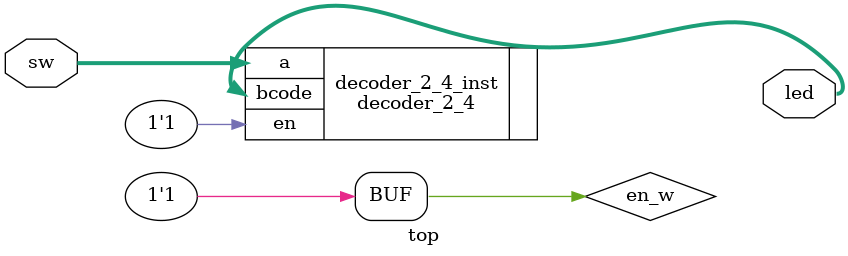
<source format=sv>
module top
    (
        input logic [1:0] sw,
        output logic [3:0] led
    );

    wire en_w;

    assign en_w = 1'b1;

    decoder_2_4 decoder_2_4_inst
        (.en(en_w), .a(sw), .bcode(led));

endmodule

</source>
